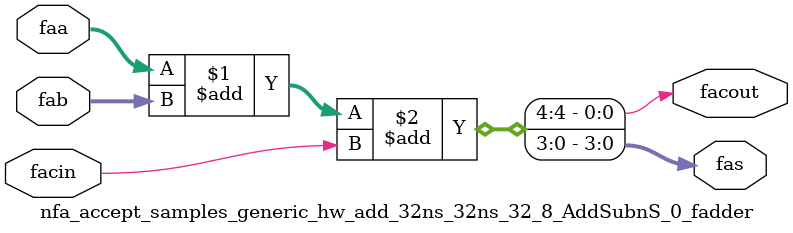
<source format=v>
module nfa_accept_samples_generic_hw_add_32ns_32ns_32_8_AddSubnS_0_fadder 
#(parameter
    N = 4
)(
    input  [N-1 : 0]  faa,
    input  [N-1 : 0]  fab,
    input  wire  facin,
    output [N-1 : 0]  fas,
    output wire  facout
);
assign {facout, fas} = faa + fab + facin;
endmodule
</source>
